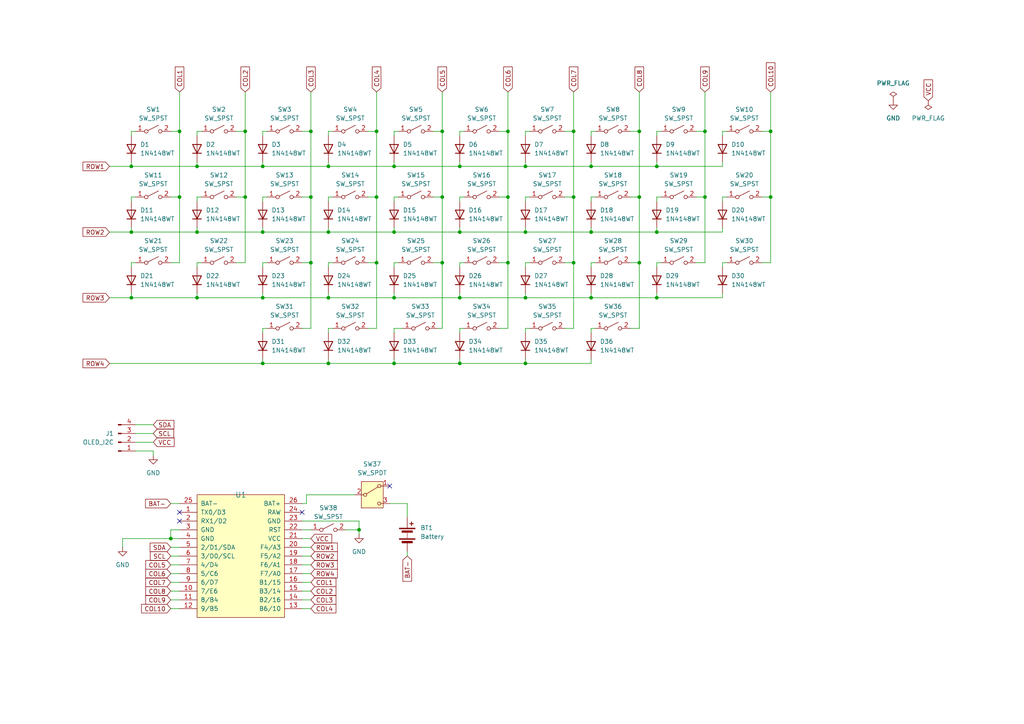
<source format=kicad_sch>
(kicad_sch (version 20250114) (generator "eeschema") (generator_version "9.0")
  (paper "A4")
  (junction (at 104.14 153.67))
  (junction (at 95.25 67.31))
  (junction (at 166.37 57.15))
  (junction (at 185.42 76.2))
  (junction (at 190.5 86.36))
  (junction (at 152.4 67.31))
  (junction (at 133.35 86.36))
  (junction (at 38.1 86.36))
  (junction (at 204.47 57.15))
  (junction (at 71.12 57.15))
  (junction (at 114.3 105.41))
  (junction (at 57.15 67.31))
  (junction (at 52.07 57.15))
  (junction (at 185.42 38.1))
  (junction (at 95.25 86.36))
  (junction (at 114.3 86.36))
  (junction (at 109.22 38.1))
  (junction (at 76.2 86.36))
  (junction (at 152.4 86.36))
  (junction (at 90.17 38.1))
  (junction (at 171.45 67.31))
  (junction (at 190.5 67.31))
  (junction (at 128.27 76.2))
  (junction (at 133.35 48.26))
  (junction (at 152.4 48.26))
  (junction (at 166.37 76.2))
  (junction (at 147.32 38.1))
  (junction (at 128.27 38.1))
  (junction (at 109.22 76.2))
  (junction (at 147.32 76.2))
  (junction (at 147.32 57.15))
  (junction (at 109.22 57.15))
  (junction (at 52.07 38.1))
  (junction (at 38.1 48.26))
  (junction (at 223.52 57.15))
  (junction (at 171.45 86.36))
  (junction (at 166.37 38.1))
  (junction (at 95.25 48.26))
  (junction (at 76.2 105.41))
  (junction (at 38.1 67.31))
  (junction (at 90.17 76.2))
  (junction (at 57.15 86.36))
  (junction (at 185.42 57.15))
  (junction (at 114.3 48.26))
  (junction (at 49.53 156.21))
  (junction (at 76.2 67.31))
  (junction (at 133.35 67.31))
  (junction (at 95.25 105.41))
  (junction (at 204.47 38.1))
  (junction (at 128.27 57.15))
  (junction (at 152.4 105.41))
  (junction (at 57.15 48.26))
  (junction (at 71.12 38.1))
  (junction (at 114.3 67.31))
  (junction (at 223.52 38.1))
  (junction (at 133.35 105.41))
  (junction (at 171.45 48.26))
  (junction (at 76.2 48.26))
  (junction (at 190.5 48.26))
  (junction (at 90.17 57.15))
  (no_connect (at 113.03 140.97))
  (no_connect (at 52.07 148.59))
  (no_connect (at 87.63 148.59))
  (no_connect (at 52.07 151.13))
  (wire (pts (xy 191.77 76.2) (xy 190.5 76.2)))
  (wire (pts (xy 114.3 86.36) (xy 95.25 86.36)))
  (wire (pts (xy 171.45 85.09) (xy 171.45 86.36)))
  (wire (pts (xy 152.4 104.14) (xy 152.4 105.41)))
  (wire (pts (xy 49.53 156.21) (xy 52.07 156.21)))
  (wire (pts (xy 209.55 85.09) (xy 209.55 86.36)))
  (wire (pts (xy 209.55 46.99) (xy 209.55 48.26)))
  (wire (pts (xy 57.15 38.1) (xy 58.42 38.1)))
  (wire (pts (xy 182.88 95.25) (xy 185.42 95.25)))
  (wire (pts (xy 95.25 76.2) (xy 95.25 77.47)))
  (wire (pts (xy 152.4 39.37) (xy 152.4 38.1)))
  (wire (pts (xy 153.67 57.15) (xy 152.4 57.15)))
  (wire (pts (xy 152.4 48.26) (xy 133.35 48.26)))
  (wire (pts (xy 38.1 48.26) (xy 38.1 46.99)))
  (wire (pts (xy 134.62 95.25) (xy 133.35 95.25)))
  (wire (pts (xy 95.25 86.36) (xy 76.2 86.36)))
  (wire (pts (xy 95.25 67.31) (xy 76.2 67.31)))
  (wire (pts (xy 87.63 158.75) (xy 90.17 158.75)))
  (wire (pts (xy 90.17 57.15) (xy 90.17 76.2)))
  (wire (pts (xy 166.37 57.15) (xy 166.37 76.2)))
  (wire (pts (xy 209.55 48.26) (xy 190.5 48.26)))
  (wire (pts (xy 201.93 38.1) (xy 204.47 38.1)))
  (wire (pts (xy 133.35 85.09) (xy 133.35 86.36)))
  (wire (pts (xy 49.53 146.05) (xy 52.07 146.05)))
  (wire (pts (xy 223.52 26.67) (xy 223.52 38.1)))
  (wire (pts (xy 133.35 57.15) (xy 133.35 58.42)))
  (wire (pts (xy 171.45 57.15) (xy 171.45 58.42)))
  (wire (pts (xy 133.35 105.41) (xy 114.3 105.41)))
  (wire (pts (xy 114.3 95.25) (xy 114.3 96.52)))
  (wire (pts (xy 109.22 57.15) (xy 109.22 76.2)))
  (wire (pts (xy 31.75 105.41) (xy 76.2 105.41)))
  (wire (pts (xy 87.63 57.15) (xy 90.17 57.15)))
  (wire (pts (xy 113.03 146.05) (xy 118.11 146.05)))
  (wire (pts (xy 57.15 57.15) (xy 57.15 58.42)))
  (wire (pts (xy 220.98 38.1) (xy 223.52 38.1)))
  (wire (pts (xy 171.45 105.41) (xy 171.45 104.14)))
  (wire (pts (xy 95.25 85.09) (xy 95.25 86.36)))
  (wire (pts (xy 114.3 105.41) (xy 95.25 105.41)))
  (wire (pts (xy 171.45 38.1) (xy 171.45 39.37)))
  (wire (pts (xy 77.47 76.2) (xy 76.2 76.2)))
  (wire (pts (xy 76.2 95.25) (xy 76.2 96.52)))
  (wire (pts (xy 109.22 76.2) (xy 106.68 76.2)))
  (wire (pts (xy 171.45 95.25) (xy 171.45 96.52)))
  (wire (pts (xy 87.63 173.99) (xy 90.17 173.99)))
  (wire (pts (xy 95.25 104.14) (xy 95.25 105.41)))
  (wire (pts (xy 57.15 39.37) (xy 57.15 38.1)))
  (wire (pts (xy 223.52 76.2) (xy 220.98 76.2)))
  (wire (pts (xy 128.27 38.1) (xy 128.27 57.15)))
  (wire (pts (xy 104.14 151.13) (xy 104.14 153.67)))
  (wire (pts (xy 52.07 153.67) (xy 49.53 153.67)))
  (wire (pts (xy 209.55 38.1) (xy 209.55 39.37)))
  (wire (pts (xy 210.82 76.2) (xy 209.55 76.2)))
  (wire (pts (xy 190.5 66.04) (xy 190.5 67.31)))
  (wire (pts (xy 166.37 95.25) (xy 163.83 95.25)))
  (wire (pts (xy 163.83 57.15) (xy 166.37 57.15)))
  (wire (pts (xy 204.47 38.1) (xy 204.47 57.15)))
  (wire (pts (xy 38.1 86.36) (xy 38.1 85.09)))
  (wire (pts (xy 49.53 57.15) (xy 52.07 57.15)))
  (wire (pts (xy 31.75 86.36) (xy 38.1 86.36)))
  (wire (pts (xy 76.2 105.41) (xy 95.25 105.41)))
  (wire (pts (xy 133.35 38.1) (xy 134.62 38.1)))
  (wire (pts (xy 77.47 95.25) (xy 76.2 95.25)))
  (wire (pts (xy 95.25 39.37) (xy 95.25 38.1)))
  (wire (pts (xy 147.32 95.25) (xy 144.78 95.25)))
  (wire (pts (xy 190.5 38.1) (xy 190.5 39.37)))
  (wire (pts (xy 49.53 166.37) (xy 52.07 166.37)))
  (wire (pts (xy 185.42 76.2) (xy 185.42 95.25)))
  (wire (pts (xy 104.14 153.67) (xy 104.14 154.94)))
  (wire (pts (xy 152.4 46.99) (xy 152.4 48.26)))
  (wire (pts (xy 190.5 76.2) (xy 190.5 77.47)))
  (wire (pts (xy 147.32 57.15) (xy 147.32 76.2)))
  (wire (pts (xy 127 95.25) (xy 128.27 95.25)))
  (wire (pts (xy 114.3 104.14) (xy 114.3 105.41)))
  (wire (pts (xy 90.17 76.2) (xy 90.17 95.25)))
  (wire (pts (xy 114.3 48.26) (xy 95.25 48.26)))
  (wire (pts (xy 71.12 57.15) (xy 71.12 76.2)))
  (wire (pts (xy 106.68 57.15) (xy 109.22 57.15)))
  (wire (pts (xy 209.55 57.15) (xy 209.55 58.42)))
  (wire (pts (xy 49.53 163.83) (xy 52.07 163.83)))
  (wire (pts (xy 90.17 76.2) (xy 87.63 76.2)))
  (wire (pts (xy 147.32 26.67) (xy 147.32 38.1)))
  (wire (pts (xy 191.77 38.1) (xy 190.5 38.1)))
  (wire (pts (xy 87.63 176.53) (xy 90.17 176.53)))
  (wire (pts (xy 87.63 95.25) (xy 90.17 95.25)))
  (wire (pts (xy 125.73 57.15) (xy 128.27 57.15)))
  (wire (pts (xy 147.32 38.1) (xy 147.32 57.15)))
  (wire (pts (xy 163.83 38.1) (xy 166.37 38.1)))
  (wire (pts (xy 209.55 67.31) (xy 190.5 67.31)))
  (wire (pts (xy 133.35 104.14) (xy 133.35 105.41)))
  (wire (pts (xy 133.35 48.26) (xy 114.3 48.26)))
  (wire (pts (xy 223.52 38.1) (xy 223.52 57.15)))
  (wire (pts (xy 185.42 76.2) (xy 182.88 76.2)))
  (wire (pts (xy 190.5 67.31) (xy 171.45 67.31)))
  (wire (pts (xy 58.42 76.2) (xy 57.15 76.2)))
  (wire (pts (xy 100.33 153.67) (xy 104.14 153.67)))
  (wire (pts (xy 38.1 39.37) (xy 38.1 38.1)))
  (wire (pts (xy 153.67 95.25) (xy 152.4 95.25)))
  (wire (pts (xy 128.27 76.2) (xy 128.27 95.25)))
  (wire (pts (xy 87.63 153.67) (xy 90.17 153.67)))
  (wire (pts (xy 128.27 57.15) (xy 128.27 76.2)))
  (wire (pts (xy 172.72 95.25) (xy 171.45 95.25)))
  (wire (pts (xy 171.45 48.26) (xy 152.4 48.26)))
  (wire (pts (xy 114.3 57.15) (xy 115.57 57.15)))
  (wire (pts (xy 152.4 86.36) (xy 133.35 86.36)))
  (wire (pts (xy 76.2 46.99) (xy 76.2 48.26)))
  (wire (pts (xy 134.62 76.2) (xy 133.35 76.2)))
  (wire (pts (xy 209.55 66.04) (xy 209.55 67.31)))
  (wire (pts (xy 114.3 38.1) (xy 115.57 38.1)))
  (wire (pts (xy 68.58 57.15) (xy 71.12 57.15)))
  (wire (pts (xy 76.2 66.04) (xy 76.2 67.31)))
  (wire (pts (xy 96.52 95.25) (xy 95.25 95.25)))
  (wire (pts (xy 95.25 48.26) (xy 76.2 48.26)))
  (wire (pts (xy 52.07 26.67) (xy 52.07 38.1)))
  (wire (pts (xy 152.4 38.1) (xy 153.67 38.1)))
  (wire (pts (xy 49.53 176.53) (xy 52.07 176.53)))
  (wire (pts (xy 152.4 95.25) (xy 152.4 96.52)))
  (wire (pts (xy 109.22 76.2) (xy 109.22 95.25)))
  (wire (pts (xy 185.42 26.67) (xy 185.42 38.1)))
  (wire (pts (xy 57.15 76.2) (xy 57.15 77.47)))
  (wire (pts (xy 133.35 86.36) (xy 114.3 86.36)))
  (wire (pts (xy 209.55 76.2) (xy 209.55 77.47)))
  (wire (pts (xy 39.37 130.81) (xy 44.45 130.81)))
  (wire (pts (xy 77.47 57.15) (xy 76.2 57.15)))
  (wire (pts (xy 57.15 46.99) (xy 57.15 48.26)))
  (wire (pts (xy 49.53 171.45) (xy 52.07 171.45)))
  (wire (pts (xy 171.45 86.36) (xy 152.4 86.36)))
  (wire (pts (xy 190.5 57.15) (xy 190.5 58.42)))
  (wire (pts (xy 38.1 38.1) (xy 39.37 38.1)))
  (wire (pts (xy 172.72 76.2) (xy 171.45 76.2)))
  (wire (pts (xy 153.67 76.2) (xy 152.4 76.2)))
  (wire (pts (xy 210.82 57.15) (xy 209.55 57.15)))
  (wire (pts (xy 152.4 76.2) (xy 152.4 77.47)))
  (wire (pts (xy 31.75 67.31) (xy 38.1 67.31)))
  (wire (pts (xy 133.35 67.31) (xy 114.3 67.31)))
  (wire (pts (xy 76.2 38.1) (xy 77.47 38.1)))
  (wire (pts (xy 185.42 38.1) (xy 185.42 57.15)))
  (wire (pts (xy 144.78 38.1) (xy 147.32 38.1)))
  (wire (pts (xy 114.3 58.42) (xy 114.3 57.15)))
  (wire (pts (xy 44.45 130.81) (xy 44.45 132.08)))
  (wire (pts (xy 76.2 48.26) (xy 57.15 48.26)))
  (wire (pts (xy 220.98 57.15) (xy 223.52 57.15)))
  (wire (pts (xy 109.22 26.67) (xy 109.22 38.1)))
  (wire (pts (xy 57.15 67.31) (xy 38.1 67.31)))
  (wire (pts (xy 96.52 76.2) (xy 95.25 76.2)))
  (wire (pts (xy 49.53 156.21) (xy 35.56 156.21)))
  (wire (pts (xy 35.56 156.21) (xy 35.56 158.75)))
  (wire (pts (xy 191.77 57.15) (xy 190.5 57.15)))
  (wire (pts (xy 210.82 38.1) (xy 209.55 38.1)))
  (wire (pts (xy 76.2 85.09) (xy 76.2 86.36)))
  (wire (pts (xy 147.32 76.2) (xy 144.78 76.2)))
  (wire (pts (xy 118.11 146.05) (xy 118.11 149.86)))
  (wire (pts (xy 147.32 76.2) (xy 147.32 95.25)))
  (wire (pts (xy 182.88 57.15) (xy 185.42 57.15)))
  (wire (pts (xy 114.3 66.04) (xy 114.3 67.31)))
  (wire (pts (xy 39.37 76.2) (xy 38.1 76.2)))
  (wire (pts (xy 190.5 86.36) (xy 171.45 86.36)))
  (wire (pts (xy 87.63 163.83) (xy 90.17 163.83)))
  (wire (pts (xy 71.12 38.1) (xy 71.12 57.15)))
  (wire (pts (xy 87.63 171.45) (xy 90.17 171.45)))
  (wire (pts (xy 172.72 38.1) (xy 171.45 38.1)))
  (wire (pts (xy 31.75 48.26) (xy 38.1 48.26)))
  (wire (pts (xy 171.45 67.31) (xy 152.4 67.31)))
  (wire (pts (xy 185.42 57.15) (xy 185.42 76.2)))
  (wire (pts (xy 115.57 76.2) (xy 114.3 76.2)))
  (wire (pts (xy 76.2 39.37) (xy 76.2 38.1)))
  (wire (pts (xy 125.73 38.1) (xy 128.27 38.1)))
  (wire (pts (xy 76.2 86.36) (xy 57.15 86.36)))
  (wire (pts (xy 96.52 57.15) (xy 95.25 57.15)))
  (wire (pts (xy 71.12 26.67) (xy 71.12 38.1)))
  (wire (pts (xy 114.3 46.99) (xy 114.3 48.26)))
  (wire (pts (xy 39.37 125.73) (xy 44.45 125.73)))
  (wire (pts (xy 87.63 146.05) (xy 88.9 146.05)))
  (wire (pts (xy 57.15 85.09) (xy 57.15 86.36)))
  (wire (pts (xy 171.45 46.99) (xy 171.45 48.26)))
  (wire (pts (xy 39.37 57.15) (xy 38.1 57.15)))
  (wire (pts (xy 182.88 38.1) (xy 185.42 38.1)))
  (wire (pts (xy 106.68 95.25) (xy 109.22 95.25)))
  (wire (pts (xy 95.25 95.25) (xy 95.25 96.52)))
  (wire (pts (xy 52.07 76.2) (xy 49.53 76.2)))
  (wire (pts (xy 190.5 85.09) (xy 190.5 86.36)))
  (wire (pts (xy 204.47 26.67) (xy 204.47 38.1)))
  (wire (pts (xy 166.37 76.2) (xy 166.37 95.25)))
  (wire (pts (xy 204.47 76.2) (xy 201.93 76.2)))
  (wire (pts (xy 133.35 39.37) (xy 133.35 38.1)))
  (wire (pts (xy 152.4 85.09) (xy 152.4 86.36)))
  (wire (pts (xy 38.1 67.31) (xy 38.1 66.04)))
  (wire (pts (xy 39.37 128.27) (xy 44.45 128.27)))
  (wire (pts (xy 95.25 46.99) (xy 95.25 48.26)))
  (wire (pts (xy 190.5 46.99) (xy 190.5 48.26)))
  (wire (pts (xy 38.1 76.2) (xy 38.1 77.47)))
  (wire (pts (xy 204.47 57.15) (xy 204.47 76.2)))
  (wire (pts (xy 87.63 161.29) (xy 90.17 161.29)))
  (wire (pts (xy 128.27 26.67) (xy 128.27 38.1)))
  (wire (pts (xy 88.9 143.51) (xy 102.87 143.51)))
  (wire (pts (xy 114.3 85.09) (xy 114.3 86.36)))
  (wire (pts (xy 87.63 166.37) (xy 90.17 166.37)))
  (wire (pts (xy 52.07 57.15) (xy 52.07 76.2)))
  (wire (pts (xy 52.07 38.1) (xy 52.07 57.15)))
  (wire (pts (xy 49.53 158.75) (xy 52.07 158.75)))
  (wire (pts (xy 171.45 66.04) (xy 171.45 67.31)))
  (wire (pts (xy 106.68 38.1) (xy 109.22 38.1)))
  (wire (pts (xy 144.78 57.15) (xy 147.32 57.15)))
  (wire (pts (xy 76.2 57.15) (xy 76.2 58.42)))
  (wire (pts (xy 49.53 153.67) (xy 49.53 156.21)))
  (wire (pts (xy 88.9 146.05) (xy 88.9 143.51)))
  (wire (pts (xy 133.35 76.2) (xy 133.35 77.47)))
  (wire (pts (xy 38.1 57.15) (xy 38.1 58.42)))
  (wire (pts (xy 49.53 38.1) (xy 52.07 38.1)))
  (wire (pts (xy 133.35 66.04) (xy 133.35 67.31)))
  (wire (pts (xy 95.25 57.15) (xy 95.25 58.42)))
  (wire (pts (xy 133.35 95.25) (xy 133.35 96.52)))
  (wire (pts (xy 114.3 39.37) (xy 114.3 38.1)))
  (wire (pts (xy 49.53 173.99) (xy 52.07 173.99)))
  (wire (pts (xy 109.22 38.1) (xy 109.22 57.15)))
  (wire (pts (xy 87.63 156.21) (xy 90.17 156.21)))
  (wire (pts (xy 87.63 151.13) (xy 104.14 151.13)))
  (wire (pts (xy 209.55 86.36) (xy 190.5 86.36)))
  (wire (pts (xy 68.58 38.1) (xy 71.12 38.1)))
  (wire (pts (xy 152.4 105.41) (xy 171.45 105.41)))
  (wire (pts (xy 49.53 161.29) (xy 52.07 161.29)))
  (wire (pts (xy 57.15 66.04) (xy 57.15 67.31)))
  (wire (pts (xy 90.17 38.1) (xy 90.17 57.15)))
  (wire (pts (xy 128.27 76.2) (xy 125.73 76.2)))
  (wire (pts (xy 172.72 57.15) (xy 171.45 57.15)))
  (wire (pts (xy 223.52 57.15) (xy 223.52 76.2)))
  (wire (pts (xy 152.4 57.15) (xy 152.4 58.42)))
  (wire (pts (xy 114.3 67.31) (xy 95.25 67.31)))
  (wire (pts (xy 87.63 168.91) (xy 90.17 168.91)))
  (wire (pts (xy 76.2 104.14) (xy 76.2 105.41)))
  (wire (pts (xy 95.25 38.1) (xy 96.52 38.1)))
  (wire (pts (xy 166.37 26.67) (xy 166.37 38.1)))
  (wire (pts (xy 114.3 95.25) (xy 116.84 95.25)))
  (wire (pts (xy 190.5 48.26) (xy 171.45 48.26)))
  (wire (pts (xy 95.25 66.04) (xy 95.25 67.31)))
  (wire (pts (xy 58.42 57.15) (xy 57.15 57.15)))
  (wire (pts (xy 201.93 57.15) (xy 204.47 57.15)))
  (wire (pts (xy 171.45 76.2) (xy 171.45 77.47)))
  (wire (pts (xy 87.63 38.1) (xy 90.17 38.1)))
  (wire (pts (xy 133.35 46.99) (xy 133.35 48.26)))
  (wire (pts (xy 71.12 76.2) (xy 68.58 76.2)))
  (wire (pts (xy 166.37 76.2) (xy 163.83 76.2)))
  (wire (pts (xy 57.15 48.26) (xy 38.1 48.26)))
  (wire (pts (xy 90.17 26.67) (xy 90.17 38.1)))
  (wire (pts (xy 152.4 66.04) (xy 152.4 67.31)))
  (wire (pts (xy 152.4 105.41) (xy 133.35 105.41)))
  (wire (pts (xy 166.37 38.1) (xy 166.37 57.15)))
  (wire (pts (xy 49.53 168.91) (xy 52.07 168.91)))
  (wire (pts (xy 114.3 76.2) (xy 114.3 77.47)))
  (wire (pts (xy 152.4 67.31) (xy 133.35 67.31)))
  (wire (pts (xy 57.15 86.36) (xy 38.1 86.36)))
  (wire (pts (xy 39.37 123.19) (xy 44.45 123.19)))
  (wire (pts (xy 118.11 160.02) (xy 118.11 161.29)))
  (wire (pts (xy 76.2 67.31) (xy 57.15 67.31)))
  (wire (pts (xy 76.2 76.2) (xy 76.2 77.47)))
  (wire (pts (xy 134.62 57.15) (xy 133.35 57.15)))
  (global_label "ROW1" (shape input) (at 90.17 158.75 0) (property "Intersheetrefs" "${INTERSHEET_REFS}" (effects (hide yes))))
  (global_label "COL8" (shape input) (at 49.53 171.45 180) (property "Intersheetrefs" "${INTERSHEET_REFS}" (effects (hide yes))))
  (global_label "SCL" (shape input) (at 44.45 125.73 0) (property "Intersheetrefs" "${INTERSHEET_REFS}" (effects (hide yes))))
  (global_label "COL7" (shape input) (at 166.37 26.67 90) (property "Intersheetrefs" "${INTERSHEET_REFS}" (effects (hide yes))))
  (global_label "COL8" (shape input) (at 185.42 26.67 90) (property "Intersheetrefs" "${INTERSHEET_REFS}" (effects (hide yes))))
  (global_label "COL4" (shape input) (at 109.22 26.67 90) (property "Intersheetrefs" "${INTERSHEET_REFS}" (effects (hide yes))))
  (global_label "COL1" (shape input) (at 90.17 168.91 0) (property "Intersheetrefs" "${INTERSHEET_REFS}" (effects (hide yes))))
  (global_label "ROW2" (shape input) (at 31.75 67.31 180) (property "Intersheetrefs" "${INTERSHEET_REFS}" (effects (hide yes))))
  (global_label "COL5" (shape input) (at 128.27 26.67 90) (property "Intersheetrefs" "${INTERSHEET_REFS}" (effects (hide yes))))
  (global_label "COL5" (shape input) (at 49.53 163.83 180) (property "Intersheetrefs" "${INTERSHEET_REFS}" (effects (hide yes))))
  (global_label "VCC" (shape input) (at 90.17 156.21 0) (property "Intersheetrefs" "${INTERSHEET_REFS}" (effects (hide yes))))
  (global_label "COL3" (shape input) (at 90.17 26.67 90) (property "Intersheetrefs" "${INTERSHEET_REFS}" (effects (hide yes))))
  (global_label "COL6" (shape input) (at 49.53 166.37 180) (property "Intersheetrefs" "${INTERSHEET_REFS}" (effects (hide yes))))
  (global_label "COL2" (shape input) (at 90.17 171.45 0) (property "Intersheetrefs" "${INTERSHEET_REFS}" (effects (hide yes))))
  (global_label "COL9" (shape input) (at 204.47 26.67 90) (property "Intersheetrefs" "${INTERSHEET_REFS}" (effects (hide yes))))
  (global_label "VCC" (shape input) (at 44.45 128.27 0) (property "Intersheetrefs" "${INTERSHEET_REFS}" (effects (hide yes))))
  (global_label "COL9" (shape input) (at 49.53 173.99 180) (property "Intersheetrefs" "${INTERSHEET_REFS}" (effects (hide yes))))
  (global_label "ROW3" (shape input) (at 90.17 163.83 0) (property "Intersheetrefs" "${INTERSHEET_REFS}" (effects (hide yes))))
  (global_label "BAT-" (shape input) (at 118.11 161.29 270) (property "Intersheetrefs" "${INTERSHEET_REFS}" (effects (hide yes))))
  (global_label "COL10" (shape input) (at 223.52 26.67 90) (property "Intersheetrefs" "${INTERSHEET_REFS}" (effects (hide yes))))
  (global_label "SDA" (shape input) (at 49.53 158.75 180) (property "Intersheetrefs" "${INTERSHEET_REFS}" (effects (hide yes))))
  (global_label "COL4" (shape input) (at 90.17 176.53 0) (property "Intersheetrefs" "${INTERSHEET_REFS}" (effects (hide yes))))
  (global_label "SCL" (shape input) (at 49.53 161.29 180) (property "Intersheetrefs" "${INTERSHEET_REFS}" (effects (hide yes))))
  (global_label "SDA" (shape input) (at 44.45 123.19 0) (property "Intersheetrefs" "${INTERSHEET_REFS}" (effects (hide yes))))
  (global_label "ROW4" (shape input) (at 90.17 166.37 0) (property "Intersheetrefs" "${INTERSHEET_REFS}" (effects (hide yes))))
  (global_label "COL1" (shape input) (at 52.07 26.67 90) (property "Intersheetrefs" "${INTERSHEET_REFS}" (effects (hide yes))))
  (global_label "COL6" (shape input) (at 147.32 26.67 90) (property "Intersheetrefs" "${INTERSHEET_REFS}" (effects (hide yes))))
  (global_label "COL7" (shape input) (at 49.53 168.91 180) (property "Intersheetrefs" "${INTERSHEET_REFS}" (effects (hide yes))))
  (global_label "COL2" (shape input) (at 71.12 26.67 90) (property "Intersheetrefs" "${INTERSHEET_REFS}" (effects (hide yes))))
  (global_label "VCC" (shape input) (at 269.24 29.21 90) (property "Intersheetrefs" "${INTERSHEET_REFS}" (effects (hide yes))))
  (global_label "ROW3" (shape input) (at 31.75 86.36 180) (property "Intersheetrefs" "${INTERSHEET_REFS}" (effects (hide yes))))
  (global_label "BAT-" (shape input) (at 49.53 146.05 180) (property "Intersheetrefs" "${INTERSHEET_REFS}" (effects (hide yes))))
  (global_label "COL10" (shape input) (at 49.53 176.53 180) (property "Intersheetrefs" "${INTERSHEET_REFS}" (effects (hide yes))))
  (global_label "ROW1" (shape input) (at 31.75 48.26 180) (property "Intersheetrefs" "${INTERSHEET_REFS}" (effects (hide yes))))
  (global_label "ROW2" (shape input) (at 90.17 161.29 0) (property "Intersheetrefs" "${INTERSHEET_REFS}" (effects (hide yes))))
  (global_label "ROW4" (shape input) (at 31.75 105.41 180) (property "Intersheetrefs" "${INTERSHEET_REFS}" (effects (hide yes))))
  (global_label "COL3" (shape input) (at 90.17 173.99 0) (property "Intersheetrefs" "${INTERSHEET_REFS}" (effects (hide yes))))
  (symbol (lib_id "Switch:SW_SPST") (at 82.55 38.1 0) (unit 1)
    (property "Reference" "SW3" (at 82.55 31.75 0))
    (property "Value" "SW_SPST" (at 82.55 34.29 0))
    (property "Footprint" "switches:SW_Universal_TH" (effects (hide yes)))
    (property "Description" "Single Pole Single Throw (SPST) switch" (effects (hide yes)))
  )
  (symbol (lib_id "Diode:1N4148WT") (at 133.35 81.28 90) (unit 1)
    (property "Reference" "D26" (at 135.89 80.0099 90) (effects (justify right)))
    (property "Value" "1N4148WT" (at 135.89 82.5499 90) (effects (justify right)))
    (property "Footprint" "Diode_SMD:D_SOD-123" (effects (hide yes)))
    (property "Datasheet" "https://www.diodes.com/assets/Datasheets/ds30396.pdf" (effects (hide yes)))
    (property "Description" "75V 0.15A Fast switching Diode, SOD-523" (effects (hide yes)))
    (property "Sim.Device" "D" (effects (hide yes)))
    (property "Sim.Pins" "1=K 2=A" (effects (hide yes)))
  )
  (symbol (lib_id "inpulib:PWR_FLAG") (at 269.24 29.21 180) (unit 1)
    (property "Reference" "#FLG02" (effects (hide yes)))
    (property "Value" "PWR_FLAG" (at 269.24 34.29 0))
    (property "Description" "Power source flag for ERC" (effects (hide yes)))
  )
  (symbol (lib_id "Diode:1N4148WT") (at 57.15 43.18 90) (unit 1)
    (property "Reference" "D2" (at 59.69 41.9099 90) (effects (justify right)))
    (property "Value" "1N4148WT" (at 59.69 44.4499 90) (effects (justify right)))
    (property "Footprint" "Diode_SMD:D_SOD-123" (effects (hide yes)))
    (property "Datasheet" "https://www.diodes.com/assets/Datasheets/ds30396.pdf" (effects (hide yes)))
    (property "Description" "75V 0.15A Fast switching Diode, SOD-523" (effects (hide yes)))
    (property "Sim.Device" "D" (effects (hide yes)))
    (property "Sim.Pins" "1=K 2=A" (effects (hide yes)))
  )
  (symbol (lib_id "inpulib:PWR_FLAG") (at 259.08 29.21 0) (unit 1)
    (property "Reference" "#FLG01" (effects (hide yes)))
    (property "Value" "PWR_FLAG" (at 259.08 24.13 0))
    (property "Description" "Power source flag for ERC" (effects (hide yes)))
  )
  (symbol (lib_id "Switch:SW_SPST") (at 101.6 76.2 0) (unit 1)
    (property "Reference" "SW24" (at 101.6 69.85 0))
    (property "Value" "SW_SPST" (at 101.6 72.39 0))
    (property "Footprint" "switches:SW_Universal_TH" (effects (hide yes)))
    (property "Description" "Single Pole Single Throw (SPST) switch" (effects (hide yes)))
  )
  (symbol (lib_id "Switch:SW_SPST") (at 82.55 76.2 0) (unit 1)
    (property "Reference" "SW23" (at 82.55 69.85 0))
    (property "Value" "SW_SPST" (at 82.55 72.39 0))
    (property "Footprint" "switches:SW_Universal_TH" (effects (hide yes)))
    (property "Description" "Single Pole Single Throw (SPST) switch" (effects (hide yes)))
  )
  (symbol (lib_id "power:GND") (at 44.45 132.08 0) (unit 1)
    (property "Reference" "#PWR03" (effects (hide yes)))
    (property "Value" "GND" (at 44.45 137.16 0))
    (property "Description" "Power symbol creates a global label with name \"GND\" , ground" (effects (hide yes)))
  )
  (symbol (lib_id "Switch:SW_SPST") (at 215.9 38.1 0) (unit 1)
    (property "Reference" "SW10" (at 215.9 31.75 0))
    (property "Value" "SW_SPST" (at 215.9 34.29 0))
    (property "Footprint" "switches:SW_Universal_TH" (effects (hide yes)))
    (property "Description" "Single Pole Single Throw (SPST) switch" (effects (hide yes)))
  )
  (symbol (lib_id "Switch:SW_SPST") (at 139.7 95.25 0) (unit 1)
    (property "Reference" "SW34" (at 139.7 88.9 0))
    (property "Value" "SW_SPST" (at 139.7 91.44 0))
    (property "Footprint" "switches:SW_Universal_TH" (effects (hide yes)))
    (property "Description" "Single Pole Single Throw (SPST) switch" (effects (hide yes)))
  )
  (symbol (lib_id "Diode:1N4148WT") (at 190.5 43.18 90) (unit 1)
    (property "Reference" "D9" (at 193.04 41.9099 90) (effects (justify right)))
    (property "Value" "1N4148WT" (at 193.04 44.4499 90) (effects (justify right)))
    (property "Footprint" "Diode_SMD:D_SOD-123" (effects (hide yes)))
    (property "Datasheet" "https://www.diodes.com/assets/Datasheets/ds30396.pdf" (effects (hide yes)))
    (property "Description" "75V 0.15A Fast switching Diode, SOD-523" (effects (hide yes)))
    (property "Sim.Device" "D" (effects (hide yes)))
    (property "Sim.Pins" "1=K 2=A" (effects (hide yes)))
  )
  (symbol (lib_id "Diode:1N4148WT") (at 95.25 100.33 90) (unit 1)
    (property "Reference" "D32" (at 97.79 99.0599 90) (effects (justify right)))
    (property "Value" "1N4148WT" (at 97.79 101.5999 90) (effects (justify right)))
    (property "Footprint" "Diode_SMD:D_SOD-123" (effects (hide yes)))
    (property "Datasheet" "https://www.diodes.com/assets/Datasheets/ds30396.pdf" (effects (hide yes)))
    (property "Description" "75V 0.15A Fast switching Diode, SOD-523" (effects (hide yes)))
    (property "Sim.Device" "D" (effects (hide yes)))
    (property "Sim.Pins" "1=K 2=A" (effects (hide yes)))
  )
  (symbol (lib_id "Switch:SW_SPST") (at 82.55 57.15 0) (unit 1)
    (property "Reference" "SW13" (at 82.55 50.8 0))
    (property "Value" "SW_SPST" (at 82.55 53.34 0))
    (property "Footprint" "switches:SW_Universal_TH" (effects (hide yes)))
    (property "Description" "Single Pole Single Throw (SPST) switch" (effects (hide yes)))
  )
  (symbol (lib_id "Diode:1N4148WT") (at 76.2 81.28 90) (unit 1)
    (property "Reference" "D23" (at 78.74 80.0099 90) (effects (justify right)))
    (property "Value" "1N4148WT" (at 78.74 82.5499 90) (effects (justify right)))
    (property "Footprint" "Diode_SMD:D_SOD-123" (effects (hide yes)))
    (property "Datasheet" "https://www.diodes.com/assets/Datasheets/ds30396.pdf" (effects (hide yes)))
    (property "Description" "75V 0.15A Fast switching Diode, SOD-523" (effects (hide yes)))
    (property "Sim.Device" "D" (effects (hide yes)))
    (property "Sim.Pins" "1=K 2=A" (effects (hide yes)))
  )
  (symbol (lib_id "Diode:1N4148WT") (at 76.2 43.18 90) (unit 1)
    (property "Reference" "D3" (at 78.74 41.9099 90) (effects (justify right)))
    (property "Value" "1N4148WT" (at 78.74 44.4499 90) (effects (justify right)))
    (property "Footprint" "Diode_SMD:D_SOD-123" (effects (hide yes)))
    (property "Datasheet" "https://www.diodes.com/assets/Datasheets/ds30396.pdf" (effects (hide yes)))
    (property "Description" "75V 0.15A Fast switching Diode, SOD-523" (effects (hide yes)))
    (property "Sim.Device" "D" (effects (hide yes)))
    (property "Sim.Pins" "1=K 2=A" (effects (hide yes)))
  )
  (symbol (lib_id "Switch:SW_SPST") (at 177.8 38.1 0) (unit 1)
    (property "Reference" "SW8" (at 177.8 31.75 0))
    (property "Value" "SW_SPST" (at 177.8 34.29 0))
    (property "Footprint" "switches:SW_Universal_TH" (effects (hide yes)))
    (property "Description" "Single Pole Single Throw (SPST) switch" (effects (hide yes)))
  )
  (symbol (lib_id "Switch:SW_SPST") (at 101.6 57.15 0) (unit 1)
    (property "Reference" "SW14" (at 101.6 50.8 0))
    (property "Value" "SW_SPST" (at 101.6 53.34 0))
    (property "Footprint" "switches:SW_Universal_TH" (effects (hide yes)))
    (property "Description" "Single Pole Single Throw (SPST) switch" (effects (hide yes)))
  )
  (symbol (lib_id "Switch:SW_SPST") (at 95.25 153.67 0) (unit 1)
    (property "Reference" "SW38" (at 95.25 147.32 0))
    (property "Value" "SW_SPST" (at 95.25 149.86 0))
    (property "Footprint" "buttons:SW_SMD_EVQP7C01K" (effects (hide yes)))
    (property "Description" "Single Pole Single Throw (SPST) switch" (effects (hide yes)))
  )
  (symbol (lib_id "Switch:SW_SPDT") (at 107.95 143.51 0) (unit 1)
    (property "Reference" "SW37" (at 107.95 134.62 0))
    (property "Value" "SW_SPDT" (at 107.95 137.16 0))
    (property "Footprint" "buttons:SW_SMD_MSK12C02" (effects (hide yes)))
    (property "Description" "Switch, single pole double throw" (effects (hide yes)))
  )
  (symbol (lib_id "Diode:1N4148WT") (at 209.55 43.18 90) (unit 1)
    (property "Reference" "D10" (at 212.09 41.9099 90) (effects (justify right)))
    (property "Value" "1N4148WT" (at 212.09 44.4499 90) (effects (justify right)))
    (property "Footprint" "Diode_SMD:D_SOD-123" (effects (hide yes)))
    (property "Datasheet" "https://www.diodes.com/assets/Datasheets/ds30396.pdf" (effects (hide yes)))
    (property "Description" "75V 0.15A Fast switching Diode, SOD-523" (effects (hide yes)))
    (property "Sim.Device" "D" (effects (hide yes)))
    (property "Sim.Pins" "1=K 2=A" (effects (hide yes)))
  )
  (symbol (lib_id "Connector:Conn_01x04_Pin") (at 34.29 128.27 0) (mirror x) (unit 1)
    (property "Reference" "J1" (at 33.02 125.7299 0) (effects (justify right)))
    (property "Value" "OLED_I2C" (at 33.02 128.2699 0) (effects (justify right)))
    (property "Footprint" "Connector_PinHeader_2.54mm:PinHeader_1x04_P2.54mm_Vertical" (effects (hide yes)))
    (property "Description" "Generic connector, single row, 01x04, script generated" (effects (hide yes)))
  )
  (symbol (lib_id "Diode:1N4148WT") (at 171.45 81.28 90) (unit 1)
    (property "Reference" "D28" (at 173.99 80.0099 90) (effects (justify right)))
    (property "Value" "1N4148WT" (at 173.99 82.5499 90) (effects (justify right)))
    (property "Footprint" "Diode_SMD:D_SOD-123" (effects (hide yes)))
    (property "Datasheet" "https://www.diodes.com/assets/Datasheets/ds30396.pdf" (effects (hide yes)))
    (property "Description" "75V 0.15A Fast switching Diode, SOD-523" (effects (hide yes)))
    (property "Sim.Device" "D" (effects (hide yes)))
    (property "Sim.Pins" "1=K 2=A" (effects (hide yes)))
  )
  (symbol (lib_id "power:GND") (at 259.08 29.21 0) (unit 1)
    (property "Reference" "#PWR04" (effects (hide yes)))
    (property "Value" "GND" (at 259.08 34.29 0))
    (property "Description" "Power symbol creates a global label with name \"GND\" , ground" (effects (hide yes)))
  )
  (symbol (lib_id "Switch:SW_SPST") (at 158.75 76.2 0) (unit 1)
    (property "Reference" "SW27" (at 158.75 69.85 0))
    (property "Value" "SW_SPST" (at 158.75 72.39 0))
    (property "Footprint" "switches:SW_Universal_TH" (effects (hide yes)))
    (property "Description" "Single Pole Single Throw (SPST) switch" (effects (hide yes)))
  )
  (symbol (lib_id "Switch:SW_SPST") (at 196.85 38.1 0) (unit 1)
    (property "Reference" "SW9" (at 196.85 31.75 0))
    (property "Value" "SW_SPST" (at 196.85 34.29 0))
    (property "Footprint" "switches:SW_Universal_TH" (effects (hide yes)))
    (property "Description" "Single Pole Single Throw (SPST) switch" (effects (hide yes)))
  )
  (symbol (lib_id "Switch:SW_SPST") (at 101.6 95.25 0) (unit 1)
    (property "Reference" "SW32" (at 101.6 88.9 0))
    (property "Value" "SW_SPST" (at 101.6 91.44 0))
    (property "Footprint" "switches:SW_Universal_TH" (effects (hide yes)))
    (property "Description" "Single Pole Single Throw (SPST) switch" (effects (hide yes)))
  )
  (symbol (lib_id "Switch:SW_SPST") (at 215.9 57.15 0) (unit 1)
    (property "Reference" "SW20" (at 215.9 50.8 0))
    (property "Value" "SW_SPST" (at 215.9 53.34 0))
    (property "Footprint" "switches:SW_Universal_TH" (effects (hide yes)))
    (property "Description" "Single Pole Single Throw (SPST) switch" (effects (hide yes)))
  )
  (symbol (lib_id "Diode:1N4148WT") (at 76.2 62.23 90) (unit 1)
    (property "Reference" "D13" (at 78.74 60.9599 90) (effects (justify right)))
    (property "Value" "1N4148WT" (at 78.74 63.4999 90) (effects (justify right)))
    (property "Footprint" "Diode_SMD:D_SOD-123" (effects (hide yes)))
    (property "Datasheet" "https://www.diodes.com/assets/Datasheets/ds30396.pdf" (effects (hide yes)))
    (property "Description" "75V 0.15A Fast switching Diode, SOD-523" (effects (hide yes)))
    (property "Sim.Device" "D" (effects (hide yes)))
    (property "Sim.Pins" "1=K 2=A" (effects (hide yes)))
  )
  (symbol (lib_id "power:GND") (at 104.14 154.94 0) (unit 1)
    (property "Reference" "#PWR02" (effects (hide yes)))
    (property "Value" "GND" (at 104.14 160.02 0))
    (property "Description" "Power symbol creates a global label with name \"GND\" , ground" (effects (hide yes)))
  )
  (symbol (lib_id "Switch:SW_SPST") (at 63.5 57.15 0) (unit 1)
    (property "Reference" "SW12" (at 63.5 50.8 0))
    (property "Value" "SW_SPST" (at 63.5 53.34 0))
    (property "Footprint" "switches:SW_Universal_TH" (effects (hide yes)))
    (property "Description" "Single Pole Single Throw (SPST) switch" (effects (hide yes)))
  )
  (symbol (lib_id "Switch:SW_SPST") (at 120.65 38.1 0) (unit 1)
    (property "Reference" "SW5" (at 120.65 31.75 0))
    (property "Value" "SW_SPST" (at 120.65 34.29 0))
    (property "Footprint" "switches:SW_Universal_TH" (effects (hide yes)))
    (property "Description" "Single Pole Single Throw (SPST) switch" (effects (hide yes)))
  )
  (symbol (lib_id "Switch:SW_SPST") (at 139.7 38.1 0) (unit 1)
    (property "Reference" "SW6" (at 139.7 31.75 0))
    (property "Value" "SW_SPST" (at 139.7 34.29 0))
    (property "Footprint" "switches:SW_Universal_TH" (effects (hide yes)))
    (property "Description" "Single Pole Single Throw (SPST) switch" (effects (hide yes)))
  )
  (symbol (lib_id "Diode:1N4148WT") (at 209.55 62.23 90) (unit 1)
    (property "Reference" "D20" (at 212.09 60.9599 90) (effects (justify right)))
    (property "Value" "1N4148WT" (at 212.09 63.4999 90) (effects (justify right)))
    (property "Footprint" "Diode_SMD:D_SOD-123" (effects (hide yes)))
    (property "Datasheet" "https://www.diodes.com/assets/Datasheets/ds30396.pdf" (effects (hide yes)))
    (property "Description" "75V 0.15A Fast switching Diode, SOD-523" (effects (hide yes)))
    (property "Sim.Device" "D" (effects (hide yes)))
    (property "Sim.Pins" "1=K 2=A" (effects (hide yes)))
  )
  (symbol (lib_id "Diode:1N4148WT") (at 171.45 43.18 90) (unit 1)
    (property "Reference" "D8" (at 173.99 41.9099 90) (effects (justify right)))
    (property "Value" "1N4148WT" (at 173.99 44.4499 90) (effects (justify right)))
    (property "Footprint" "Diode_SMD:D_SOD-123" (effects (hide yes)))
    (property "Datasheet" "https://www.diodes.com/assets/Datasheets/ds30396.pdf" (effects (hide yes)))
    (property "Description" "75V 0.15A Fast switching Diode, SOD-523" (effects (hide yes)))
    (property "Sim.Device" "D" (effects (hide yes)))
    (property "Sim.Pins" "1=K 2=A" (effects (hide yes)))
  )
  (symbol (lib_id "Switch:SW_SPST") (at 215.9 76.2 0) (unit 1)
    (property "Reference" "SW30" (at 215.9 69.85 0))
    (property "Value" "SW_SPST" (at 215.9 72.39 0))
    (property "Footprint" "switches:SW_Universal_TH" (effects (hide yes)))
    (property "Description" "Single Pole Single Throw (SPST) switch" (effects (hide yes)))
  )
  (symbol (lib_id "inpulib:U_ProMicro_nRF52840") (at 69.85 162.56 0) (unit 1)
    (property "Reference" "U1" (at 69.85 143.51 0) (effects (font (size 1.524 1.524))))
    (property "Footprint" "mcu:U_ProMicro_nRF52840_TH_L" (effects (hide yes)))
    (property "Description" "Pro Micro nRF52840 microcontroller board symbol" (effects (hide yes)))
  )
  (symbol (lib_id "Switch:SW_SPST") (at 139.7 76.2 0) (unit 1)
    (property "Reference" "SW26" (at 139.7 69.85 0))
    (property "Value" "SW_SPST" (at 139.7 72.39 0))
    (property "Footprint" "switches:SW_Universal_TH" (effects (hide yes)))
    (property "Description" "Single Pole Single Throw (SPST) switch" (effects (hide yes)))
  )
  (symbol (lib_id "Switch:SW_SPST") (at 44.45 38.1 0) (unit 1)
    (property "Reference" "SW1" (at 44.45 31.75 0))
    (property "Value" "SW_SPST" (at 44.45 34.29 0))
    (property "Footprint" "switches:SW_Universal_TH" (effects (hide yes)))
    (property "Description" "Single Pole Single Throw (SPST) switch" (effects (hide yes)))
  )
  (symbol (lib_id "Diode:1N4148WT") (at 190.5 81.28 90) (unit 1)
    (property "Reference" "D29" (at 193.04 80.0099 90) (effects (justify right)))
    (property "Value" "1N4148WT" (at 193.04 82.5499 90) (effects (justify right)))
    (property "Footprint" "Diode_SMD:D_SOD-123" (effects (hide yes)))
    (property "Datasheet" "https://www.diodes.com/assets/Datasheets/ds30396.pdf" (effects (hide yes)))
    (property "Description" "75V 0.15A Fast switching Diode, SOD-523" (effects (hide yes)))
    (property "Sim.Device" "D" (effects (hide yes)))
    (property "Sim.Pins" "1=K 2=A" (effects (hide yes)))
  )
  (symbol (lib_id "Diode:1N4148WT") (at 114.3 62.23 90) (unit 1)
    (property "Reference" "D15" (at 116.84 60.9599 90) (effects (justify right)))
    (property "Value" "1N4148WT" (at 116.84 63.4999 90) (effects (justify right)))
    (property "Footprint" "Diode_SMD:D_SOD-123" (effects (hide yes)))
    (property "Datasheet" "https://www.diodes.com/assets/Datasheets/ds30396.pdf" (effects (hide yes)))
    (property "Description" "75V 0.15A Fast switching Diode, SOD-523" (effects (hide yes)))
    (property "Sim.Device" "D" (effects (hide yes)))
    (property "Sim.Pins" "1=K 2=A" (effects (hide yes)))
  )
  (symbol (lib_id "Switch:SW_SPST") (at 101.6 38.1 0) (unit 1)
    (property "Reference" "SW4" (at 101.6 31.75 0))
    (property "Value" "SW_SPST" (at 101.6 34.29 0))
    (property "Footprint" "switches:SW_Universal_TH" (effects (hide yes)))
    (property "Description" "Single Pole Single Throw (SPST) switch" (effects (hide yes)))
  )
  (symbol (lib_id "power:GND") (at 35.56 158.75 0) (unit 1)
    (property "Reference" "#PWR01" (effects (hide yes)))
    (property "Value" "GND" (at 35.56 163.83 0))
    (property "Description" "Power symbol creates a global label with name \"GND\" , ground" (effects (hide yes)))
  )
  (symbol (lib_id "Diode:1N4148WT") (at 57.15 81.28 90) (unit 1)
    (property "Reference" "D22" (at 59.69 80.0099 90) (effects (justify right)))
    (property "Value" "1N4148WT" (at 59.69 82.5499 90) (effects (justify right)))
    (property "Footprint" "Diode_SMD:D_SOD-123" (effects (hide yes)))
    (property "Datasheet" "https://www.diodes.com/assets/Datasheets/ds30396.pdf" (effects (hide yes)))
    (property "Description" "75V 0.15A Fast switching Diode, SOD-523" (effects (hide yes)))
    (property "Sim.Device" "D" (effects (hide yes)))
    (property "Sim.Pins" "1=K 2=A" (effects (hide yes)))
  )
  (symbol (lib_id "Diode:1N4148WT") (at 95.25 43.18 90) (unit 1)
    (property "Reference" "D4" (at 97.79 41.9099 90) (effects (justify right)))
    (property "Value" "1N4148WT" (at 97.79 44.4499 90) (effects (justify right)))
    (property "Footprint" "Diode_SMD:D_SOD-123" (effects (hide yes)))
    (property "Datasheet" "https://www.diodes.com/assets/Datasheets/ds30396.pdf" (effects (hide yes)))
    (property "Description" "75V 0.15A Fast switching Diode, SOD-523" (effects (hide yes)))
    (property "Sim.Device" "D" (effects (hide yes)))
    (property "Sim.Pins" "1=K 2=A" (effects (hide yes)))
  )
  (symbol (lib_id "Diode:1N4148WT") (at 114.3 43.18 90) (unit 1)
    (property "Reference" "D5" (at 116.84 41.9099 90) (effects (justify right)))
    (property "Value" "1N4148WT" (at 116.84 44.4499 90) (effects (justify right)))
    (property "Footprint" "Diode_SMD:D_SOD-123" (effects (hide yes)))
    (property "Datasheet" "https://www.diodes.com/assets/Datasheets/ds30396.pdf" (effects (hide yes)))
    (property "Description" "75V 0.15A Fast switching Diode, SOD-523" (effects (hide yes)))
    (property "Sim.Device" "D" (effects (hide yes)))
    (property "Sim.Pins" "1=K 2=A" (effects (hide yes)))
  )
  (symbol (lib_id "Switch:SW_SPST") (at 63.5 76.2 0) (unit 1)
    (property "Reference" "SW22" (at 63.5 69.85 0))
    (property "Value" "SW_SPST" (at 63.5 72.39 0))
    (property "Footprint" "switches:SW_Universal_TH" (effects (hide yes)))
    (property "Description" "Single Pole Single Throw (SPST) switch" (effects (hide yes)))
  )
  (symbol (lib_id "Diode:1N4148WT") (at 38.1 81.28 90) (unit 1)
    (property "Reference" "D21" (at 40.64 80.0099 90) (effects (justify right)))
    (property "Value" "1N4148WT" (at 40.64 82.5499 90) (effects (justify right)))
    (property "Footprint" "Diode_SMD:D_SOD-123" (effects (hide yes)))
    (property "Datasheet" "https://www.diodes.com/assets/Datasheets/ds30396.pdf" (effects (hide yes)))
    (property "Description" "75V 0.15A Fast switching Diode, SOD-523" (effects (hide yes)))
    (property "Sim.Device" "D" (effects (hide yes)))
    (property "Sim.Pins" "1=K 2=A" (effects (hide yes)))
  )
  (symbol (lib_id "Diode:1N4148WT") (at 57.15 62.23 90) (unit 1)
    (property "Reference" "D12" (at 59.69 60.9599 90) (effects (justify right)))
    (property "Value" "1N4148WT" (at 59.69 63.4999 90) (effects (justify right)))
    (property "Footprint" "Diode_SMD:D_SOD-123" (effects (hide yes)))
    (property "Datasheet" "https://www.diodes.com/assets/Datasheets/ds30396.pdf" (effects (hide yes)))
    (property "Description" "75V 0.15A Fast switching Diode, SOD-523" (effects (hide yes)))
    (property "Sim.Device" "D" (effects (hide yes)))
    (property "Sim.Pins" "1=K 2=A" (effects (hide yes)))
  )
  (symbol (lib_id "Diode:1N4148WT") (at 76.2 100.33 90) (unit 1)
    (property "Reference" "D31" (at 78.74 99.0599 90) (effects (justify right)))
    (property "Value" "1N4148WT" (at 78.74 101.5999 90) (effects (justify right)))
    (property "Footprint" "Diode_SMD:D_SOD-123" (effects (hide yes)))
    (property "Datasheet" "https://www.diodes.com/assets/Datasheets/ds30396.pdf" (effects (hide yes)))
    (property "Description" "75V 0.15A Fast switching Diode, SOD-523" (effects (hide yes)))
    (property "Sim.Device" "D" (effects (hide yes)))
    (property "Sim.Pins" "1=K 2=A" (effects (hide yes)))
  )
  (symbol (lib_id "Switch:SW_SPST") (at 196.85 57.15 0) (unit 1)
    (property "Reference" "SW19" (at 196.85 50.8 0))
    (property "Value" "SW_SPST" (at 196.85 53.34 0))
    (property "Footprint" "switches:SW_Universal_TH" (effects (hide yes)))
    (property "Description" "Single Pole Single Throw (SPST) switch" (effects (hide yes)))
  )
  (symbol (lib_id "Switch:SW_SPST") (at 177.8 95.25 0) (unit 1)
    (property "Reference" "SW36" (at 177.8 88.9 0))
    (property "Value" "SW_SPST" (at 177.8 91.44 0))
    (property "Footprint" "switches:SW_Universal_TH" (effects (hide yes)))
    (property "Description" "Single Pole Single Throw (SPST) switch" (effects (hide yes)))
  )
  (symbol (lib_id "Diode:1N4148WT") (at 133.35 43.18 90) (unit 1)
    (property "Reference" "D6" (at 135.89 41.9099 90) (effects (justify right)))
    (property "Value" "1N4148WT" (at 135.89 44.4499 90) (effects (justify right)))
    (property "Footprint" "Diode_SMD:D_SOD-123" (effects (hide yes)))
    (property "Datasheet" "https://www.diodes.com/assets/Datasheets/ds30396.pdf" (effects (hide yes)))
    (property "Description" "75V 0.15A Fast switching Diode, SOD-523" (effects (hide yes)))
    (property "Sim.Device" "D" (effects (hide yes)))
    (property "Sim.Pins" "1=K 2=A" (effects (hide yes)))
  )
  (symbol (lib_id "Switch:SW_SPST") (at 82.55 95.25 0) (unit 1)
    (property "Reference" "SW31" (at 82.55 88.9 0))
    (property "Value" "SW_SPST" (at 82.55 91.44 0))
    (property "Footprint" "switches:SW_Universal_TH" (effects (hide yes)))
    (property "Description" "Single Pole Single Throw (SPST) switch" (effects (hide yes)))
  )
  (symbol (lib_id "Diode:1N4148WT") (at 133.35 62.23 90) (unit 1)
    (property "Reference" "D16" (at 135.89 60.9599 90) (effects (justify right)))
    (property "Value" "1N4148WT" (at 135.89 63.4999 90) (effects (justify right)))
    (property "Footprint" "Diode_SMD:D_SOD-123" (effects (hide yes)))
    (property "Datasheet" "https://www.diodes.com/assets/Datasheets/ds30396.pdf" (effects (hide yes)))
    (property "Description" "75V 0.15A Fast switching Diode, SOD-523" (effects (hide yes)))
    (property "Sim.Device" "D" (effects (hide yes)))
    (property "Sim.Pins" "1=K 2=A" (effects (hide yes)))
  )
  (symbol (lib_id "Switch:SW_SPST") (at 158.75 57.15 0) (unit 1)
    (property "Reference" "SW17" (at 158.75 50.8 0))
    (property "Value" "SW_SPST" (at 158.75 53.34 0))
    (property "Footprint" "switches:SW_Universal_TH" (effects (hide yes)))
    (property "Description" "Single Pole Single Throw (SPST) switch" (effects (hide yes)))
  )
  (symbol (lib_id "Diode:1N4148WT") (at 152.4 62.23 90) (unit 1)
    (property "Reference" "D17" (at 154.94 60.9599 90) (effects (justify right)))
    (property "Value" "1N4148WT" (at 154.94 63.4999 90) (effects (justify right)))
    (property "Footprint" "Diode_SMD:D_SOD-123" (effects (hide yes)))
    (property "Datasheet" "https://www.diodes.com/assets/Datasheets/ds30396.pdf" (effects (hide yes)))
    (property "Description" "75V 0.15A Fast switching Diode, SOD-523" (effects (hide yes)))
    (property "Sim.Device" "D" (effects (hide yes)))
    (property "Sim.Pins" "1=K 2=A" (effects (hide yes)))
  )
  (symbol (lib_id "Diode:1N4148WT") (at 152.4 100.33 90) (unit 1)
    (property "Reference" "D35" (at 154.94 99.0599 90) (effects (justify right)))
    (property "Value" "1N4148WT" (at 154.94 101.5999 90) (effects (justify right)))
    (property "Footprint" "Diode_SMD:D_SOD-123" (effects (hide yes)))
    (property "Datasheet" "https://www.diodes.com/assets/Datasheets/ds30396.pdf" (effects (hide yes)))
    (property "Description" "75V 0.15A Fast switching Diode, SOD-523" (effects (hide yes)))
    (property "Sim.Device" "D" (effects (hide yes)))
    (property "Sim.Pins" "1=K 2=A" (effects (hide yes)))
  )
  (symbol (lib_id "Switch:SW_SPST") (at 177.8 76.2 0) (unit 1)
    (property "Reference" "SW28" (at 177.8 69.85 0))
    (property "Value" "SW_SPST" (at 177.8 72.39 0))
    (property "Footprint" "switches:SW_Universal_TH" (effects (hide yes)))
    (property "Description" "Single Pole Single Throw (SPST) switch" (effects (hide yes)))
  )
  (symbol (lib_id "Switch:SW_SPST") (at 120.65 76.2 0) (unit 1)
    (property "Reference" "SW25" (at 120.65 69.85 0))
    (property "Value" "SW_SPST" (at 120.65 72.39 0))
    (property "Footprint" "switches:SW_Universal_TH" (effects (hide yes)))
    (property "Description" "Single Pole Single Throw (SPST) switch" (effects (hide yes)))
  )
  (symbol (lib_id "Switch:SW_SPST") (at 139.7 57.15 0) (unit 1)
    (property "Reference" "SW16" (at 139.7 50.8 0))
    (property "Value" "SW_SPST" (at 139.7 53.34 0))
    (property "Footprint" "switches:SW_Universal_TH" (effects (hide yes)))
    (property "Description" "Single Pole Single Throw (SPST) switch" (effects (hide yes)))
  )
  (symbol (lib_id "Switch:SW_SPST") (at 158.75 95.25 0) (unit 1)
    (property "Reference" "SW35" (at 158.75 88.9 0))
    (property "Value" "SW_SPST" (at 158.75 91.44 0))
    (property "Footprint" "switches:SW_Universal_TH" (effects (hide yes)))
    (property "Description" "Single Pole Single Throw (SPST) switch" (effects (hide yes)))
  )
  (symbol (lib_id "Diode:1N4148WT") (at 114.3 100.33 90) (unit 1)
    (property "Reference" "D33" (at 116.84 99.0599 90) (effects (justify right)))
    (property "Value" "1N4148WT" (at 116.84 101.5999 90) (effects (justify right)))
    (property "Footprint" "Diode_SMD:D_SOD-123" (effects (hide yes)))
    (property "Datasheet" "https://www.diodes.com/assets/Datasheets/ds30396.pdf" (effects (hide yes)))
    (property "Description" "75V 0.15A Fast switching Diode, SOD-523" (effects (hide yes)))
    (property "Sim.Device" "D" (effects (hide yes)))
    (property "Sim.Pins" "1=K 2=A" (effects (hide yes)))
  )
  (symbol (lib_id "Switch:SW_SPST") (at 177.8 57.15 0) (unit 1)
    (property "Reference" "SW18" (at 177.8 50.8 0))
    (property "Value" "SW_SPST" (at 177.8 53.34 0))
    (property "Footprint" "switches:SW_Universal_TH" (effects (hide yes)))
    (property "Description" "Single Pole Single Throw (SPST) switch" (effects (hide yes)))
  )
  (symbol (lib_id "Switch:SW_SPST") (at 63.5 38.1 0) (unit 1)
    (property "Reference" "SW2" (at 63.5 31.75 0))
    (property "Value" "SW_SPST" (at 63.5 34.29 0))
    (property "Footprint" "switches:SW_Universal_TH" (effects (hide yes)))
    (property "Description" "Single Pole Single Throw (SPST) switch" (effects (hide yes)))
  )
  (symbol (lib_id "Switch:SW_SPST") (at 196.85 76.2 0) (unit 1)
    (property "Reference" "SW29" (at 196.85 69.85 0))
    (property "Value" "SW_SPST" (at 196.85 72.39 0))
    (property "Footprint" "switches:SW_Universal_TH" (effects (hide yes)))
    (property "Description" "Single Pole Single Throw (SPST) switch" (effects (hide yes)))
  )
  (symbol (lib_id "Switch:SW_SPST") (at 44.45 76.2 0) (unit 1)
    (property "Reference" "SW21" (at 44.45 69.85 0))
    (property "Value" "SW_SPST" (at 44.45 72.39 0))
    (property "Footprint" "switches:SW_Universal_TH" (effects (hide yes)))
    (property "Description" "Single Pole Single Throw (SPST) switch" (effects (hide yes)))
  )
  (symbol (lib_id "Diode:1N4148WT") (at 152.4 43.18 90) (unit 1)
    (property "Reference" "D7" (at 154.94 41.9099 90) (effects (justify right)))
    (property "Value" "1N4148WT" (at 154.94 44.4499 90) (effects (justify right)))
    (property "Footprint" "Diode_SMD:D_SOD-123" (effects (hide yes)))
    (property "Datasheet" "https://www.diodes.com/assets/Datasheets/ds30396.pdf" (effects (hide yes)))
    (property "Description" "75V 0.15A Fast switching Diode, SOD-523" (effects (hide yes)))
    (property "Sim.Device" "D" (effects (hide yes)))
    (property "Sim.Pins" "1=K 2=A" (effects (hide yes)))
  )
  (symbol (lib_id "Diode:1N4148WT") (at 133.35 100.33 90) (unit 1)
    (property "Reference" "D34" (at 135.89 99.0599 90) (effects (justify right)))
    (property "Value" "1N4148WT" (at 135.89 101.5999 90) (effects (justify right)))
    (property "Footprint" "Diode_SMD:D_SOD-123" (effects (hide yes)))
    (property "Datasheet" "https://www.diodes.com/assets/Datasheets/ds30396.pdf" (effects (hide yes)))
    (property "Description" "75V 0.15A Fast switching Diode, SOD-523" (effects (hide yes)))
    (property "Sim.Device" "D" (effects (hide yes)))
    (property "Sim.Pins" "1=K 2=A" (effects (hide yes)))
  )
  (symbol (lib_id "Diode:1N4148WT") (at 171.45 62.23 90) (unit 1)
    (property "Reference" "D18" (at 173.99 60.9599 90) (effects (justify right)))
    (property "Value" "1N4148WT" (at 173.99 63.4999 90) (effects (justify right)))
    (property "Footprint" "Diode_SMD:D_SOD-123" (effects (hide yes)))
    (property "Datasheet" "https://www.diodes.com/assets/Datasheets/ds30396.pdf" (effects (hide yes)))
    (property "Description" "75V 0.15A Fast switching Diode, SOD-523" (effects (hide yes)))
    (property "Sim.Device" "D" (effects (hide yes)))
    (property "Sim.Pins" "1=K 2=A" (effects (hide yes)))
  )
  (symbol (lib_id "Device:Battery") (at 118.11 154.94 0) (unit 1)
    (property "Reference" "BT1" (at 121.92 153.0984 0) (effects (justify left)))
    (property "Value" "Battery" (at 121.92 155.6384 0) (effects (justify left)))
    (property "Footprint" "Connector_PinHeader_2.54mm:PinHeader_1x02_P2.54mm_Vertical" (effects (hide yes)))
    (property "Description" "Multiple-cell battery" (effects (hide yes)))
  )
  (symbol (lib_id "Switch:SW_SPST") (at 158.75 38.1 0) (unit 1)
    (property "Reference" "SW7" (at 158.75 31.75 0))
    (property "Value" "SW_SPST" (at 158.75 34.29 0))
    (property "Footprint" "switches:SW_Universal_TH" (effects (hide yes)))
    (property "Description" "Single Pole Single Throw (SPST) switch" (effects (hide yes)))
  )
  (symbol (lib_id "Diode:1N4148WT") (at 171.45 100.33 90) (unit 1)
    (property "Reference" "D36" (at 173.99 99.0599 90) (effects (justify right)))
    (property "Value" "1N4148WT" (at 173.99 101.5999 90) (effects (justify right)))
    (property "Footprint" "Diode_SMD:D_SOD-123" (effects (hide yes)))
    (property "Datasheet" "https://www.diodes.com/assets/Datasheets/ds30396.pdf" (effects (hide yes)))
    (property "Description" "75V 0.15A Fast switching Diode, SOD-523" (effects (hide yes)))
    (property "Sim.Device" "D" (effects (hide yes)))
    (property "Sim.Pins" "1=K 2=A" (effects (hide yes)))
  )
  (symbol (lib_id "Diode:1N4148WT") (at 114.3 81.28 90) (unit 1)
    (property "Reference" "D25" (at 116.84 80.0099 90) (effects (justify right)))
    (property "Value" "1N4148WT" (at 116.84 82.5499 90) (effects (justify right)))
    (property "Footprint" "Diode_SMD:D_SOD-123" (effects (hide yes)))
    (property "Datasheet" "https://www.diodes.com/assets/Datasheets/ds30396.pdf" (effects (hide yes)))
    (property "Description" "75V 0.15A Fast switching Diode, SOD-523" (effects (hide yes)))
    (property "Sim.Device" "D" (effects (hide yes)))
    (property "Sim.Pins" "1=K 2=A" (effects (hide yes)))
  )
  (symbol (lib_id "Diode:1N4148WT") (at 95.25 81.28 90) (unit 1)
    (property "Reference" "D24" (at 97.79 80.0099 90) (effects (justify right)))
    (property "Value" "1N4148WT" (at 97.79 82.5499 90) (effects (justify right)))
    (property "Footprint" "Diode_SMD:D_SOD-123" (effects (hide yes)))
    (property "Datasheet" "https://www.diodes.com/assets/Datasheets/ds30396.pdf" (effects (hide yes)))
    (property "Description" "75V 0.15A Fast switching Diode, SOD-523" (effects (hide yes)))
    (property "Sim.Device" "D" (effects (hide yes)))
    (property "Sim.Pins" "1=K 2=A" (effects (hide yes)))
  )
  (symbol (lib_id "Diode:1N4148WT") (at 190.5 62.23 90) (unit 1)
    (property "Reference" "D19" (at 193.04 60.9599 90) (effects (justify right)))
    (property "Value" "1N4148WT" (at 193.04 63.4999 90) (effects (justify right)))
    (property "Footprint" "Diode_SMD:D_SOD-123" (effects (hide yes)))
    (property "Datasheet" "https://www.diodes.com/assets/Datasheets/ds30396.pdf" (effects (hide yes)))
    (property "Description" "75V 0.15A Fast switching Diode, SOD-523" (effects (hide yes)))
    (property "Sim.Device" "D" (effects (hide yes)))
    (property "Sim.Pins" "1=K 2=A" (effects (hide yes)))
  )
  (symbol (lib_id "Switch:SW_SPST") (at 44.45 57.15 0) (unit 1)
    (property "Reference" "SW11" (at 44.45 50.8 0))
    (property "Value" "SW_SPST" (at 44.45 53.34 0))
    (property "Footprint" "switches:SW_Universal_TH" (effects (hide yes)))
    (property "Description" "Single Pole Single Throw (SPST) switch" (effects (hide yes)))
  )
  (symbol (lib_id "Switch:SW_SPST") (at 121.92 95.25 0) (unit 1)
    (property "Reference" "SW33" (at 121.92 88.9 0))
    (property "Value" "SW_SPST" (at 121.92 91.44 0))
    (property "Footprint" "switches:SW_Universal_TH" (effects (hide yes)))
    (property "Description" "Single Pole Single Throw (SPST) switch" (effects (hide yes)))
  )
  (symbol (lib_id "Diode:1N4148WT") (at 38.1 43.18 90) (unit 1)
    (property "Reference" "D1" (at 40.64 41.9099 90) (effects (justify right)))
    (property "Value" "1N4148WT" (at 40.64 44.4499 90) (effects (justify right)))
    (property "Footprint" "Diode_SMD:D_SOD-123" (effects (hide yes)))
    (property "Datasheet" "https://www.diodes.com/assets/Datasheets/ds30396.pdf" (effects (hide yes)))
    (property "Description" "75V 0.15A Fast switching Diode, SOD-523" (effects (hide yes)))
    (property "Sim.Device" "D" (effects (hide yes)))
    (property "Sim.Pins" "1=K 2=A" (effects (hide yes)))
  )
  (symbol (lib_id "Diode:1N4148WT") (at 95.25 62.23 90) (unit 1)
    (property "Reference" "D14" (at 97.79 60.9599 90) (effects (justify right)))
    (property "Value" "1N4148WT" (at 97.79 63.4999 90) (effects (justify right)))
    (property "Footprint" "Diode_SMD:D_SOD-123" (effects (hide yes)))
    (property "Datasheet" "https://www.diodes.com/assets/Datasheets/ds30396.pdf" (effects (hide yes)))
    (property "Description" "75V 0.15A Fast switching Diode, SOD-523" (effects (hide yes)))
    (property "Sim.Device" "D" (effects (hide yes)))
    (property "Sim.Pins" "1=K 2=A" (effects (hide yes)))
  )
  (symbol (lib_id "Diode:1N4148WT") (at 38.1 62.23 90) (unit 1)
    (property "Reference" "D11" (at 40.64 60.9599 90) (effects (justify right)))
    (property "Value" "1N4148WT" (at 40.64 63.4999 90) (effects (justify right)))
    (property "Footprint" "Diode_SMD:D_SOD-123" (effects (hide yes)))
    (property "Datasheet" "https://www.diodes.com/assets/Datasheets/ds30396.pdf" (effects (hide yes)))
    (property "Description" "75V 0.15A Fast switching Diode, SOD-523" (effects (hide yes)))
    (property "Sim.Device" "D" (effects (hide yes)))
    (property "Sim.Pins" "1=K 2=A" (effects (hide yes)))
  )
  (symbol (lib_id "Diode:1N4148WT") (at 209.55 81.28 90) (unit 1)
    (property "Reference" "D30" (at 212.09 80.0099 90) (effects (justify right)))
    (property "Value" "1N4148WT" (at 212.09 82.5499 90) (effects (justify right)))
    (property "Footprint" "Diode_SMD:D_SOD-123" (effects (hide yes)))
    (property "Datasheet" "https://www.diodes.com/assets/Datasheets/ds30396.pdf" (effects (hide yes)))
    (property "Description" "75V 0.15A Fast switching Diode, SOD-523" (effects (hide yes)))
    (property "Sim.Device" "D" (effects (hide yes)))
    (property "Sim.Pins" "1=K 2=A" (effects (hide yes)))
  )
  (symbol (lib_id "Switch:SW_SPST") (at 120.65 57.15 0) (unit 1)
    (property "Reference" "SW15" (at 120.65 50.8 0))
    (property "Value" "SW_SPST" (at 120.65 53.34 0))
    (property "Footprint" "switches:SW_Universal_TH" (effects (hide yes)))
    (property "Description" "Single Pole Single Throw (SPST) switch" (effects (hide yes)))
  )
  (symbol (lib_id "Diode:1N4148WT") (at 152.4 81.28 90) (unit 1)
    (property "Reference" "D27" (at 154.94 80.0099 90) (effects (justify right)))
    (property "Value" "1N4148WT" (at 154.94 82.5499 90) (effects (justify right)))
    (property "Footprint" "Diode_SMD:D_SOD-123" (effects (hide yes)))
    (property "Datasheet" "https://www.diodes.com/assets/Datasheets/ds30396.pdf" (effects (hide yes)))
    (property "Description" "75V 0.15A Fast switching Diode, SOD-523" (effects (hide yes)))
    (property "Sim.Device" "D" (effects (hide yes)))
    (property "Sim.Pins" "1=K 2=A" (effects (hide yes)))
  )
)
</source>
